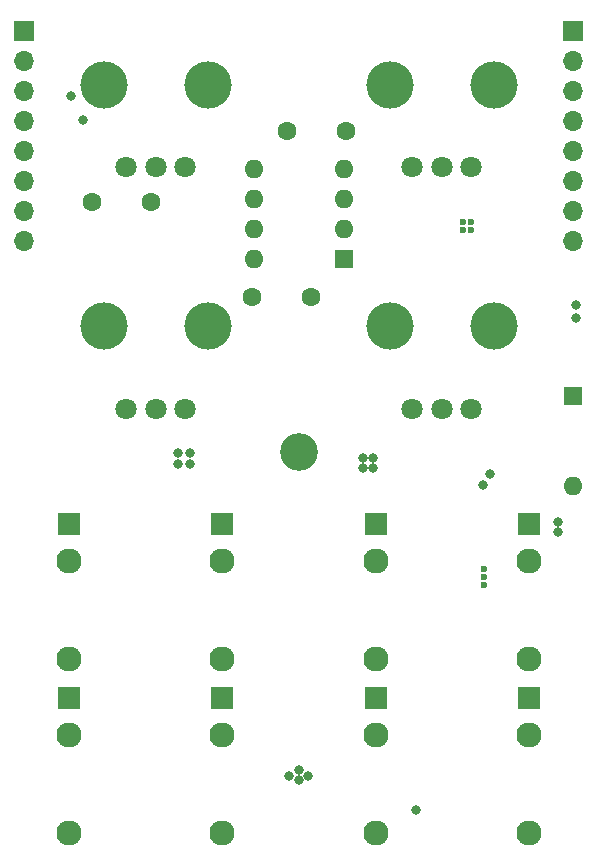
<source format=gbs>
G04 #@! TF.GenerationSoftware,KiCad,Pcbnew,7.0.7-7.0.7~ubuntu22.04.1*
G04 #@! TF.CreationDate,2023-12-10T22:01:40+01:00*
G04 #@! TF.ProjectId,CD40106_VCO,43443430-3130-4365-9f56-434f2e6b6963,rev?*
G04 #@! TF.SameCoordinates,Original*
G04 #@! TF.FileFunction,Soldermask,Bot*
G04 #@! TF.FilePolarity,Negative*
%FSLAX46Y46*%
G04 Gerber Fmt 4.6, Leading zero omitted, Abs format (unit mm)*
G04 Created by KiCad (PCBNEW 7.0.7-7.0.7~ubuntu22.04.1) date 2023-12-10 22:01:40*
%MOMM*%
%LPD*%
G01*
G04 APERTURE LIST*
%ADD10R,1.930000X1.830000*%
%ADD11C,2.130000*%
%ADD12C,4.000000*%
%ADD13C,1.800000*%
%ADD14C,3.200000*%
%ADD15C,1.600000*%
%ADD16R,1.600000X1.600000*%
%ADD17O,1.600000X1.600000*%
%ADD18R,1.700000X1.700000*%
%ADD19O,1.700000X1.700000*%
%ADD20C,0.800000*%
%ADD21C,0.600000*%
G04 APERTURE END LIST*
D10*
X127500000Y-133250000D03*
D11*
X127500000Y-144650000D03*
X127500000Y-136350000D03*
D12*
X141700000Y-101750000D03*
X150500000Y-101750000D03*
D13*
X143600000Y-108750000D03*
X146100000Y-108750000D03*
X148600000Y-108750000D03*
D14*
X134000000Y-112400000D03*
D15*
X116500000Y-91250000D03*
X121500000Y-91250000D03*
D12*
X141700000Y-81300000D03*
X150500000Y-81300000D03*
D13*
X143600000Y-88300000D03*
X146100000Y-88300000D03*
X148600000Y-88300000D03*
D10*
X153500000Y-133250000D03*
D11*
X153500000Y-144650000D03*
X153500000Y-136350000D03*
D15*
X130000000Y-99250000D03*
X135000000Y-99250000D03*
X133000000Y-85250000D03*
X138000000Y-85250000D03*
D12*
X117500000Y-81300000D03*
X126300000Y-81300000D03*
D13*
X119400000Y-88300000D03*
X121900000Y-88300000D03*
X124400000Y-88300000D03*
D16*
X137800000Y-96050000D03*
D17*
X137800000Y-93510000D03*
X137800000Y-90970000D03*
X137800000Y-88430000D03*
X130180000Y-88430000D03*
X130180000Y-90970000D03*
X130180000Y-93510000D03*
X130180000Y-96050000D03*
D12*
X117500000Y-101750000D03*
X126300000Y-101750000D03*
D13*
X119400000Y-108750000D03*
X121900000Y-108750000D03*
X124400000Y-108750000D03*
D10*
X140500000Y-118500000D03*
D11*
X140500000Y-129900000D03*
X140500000Y-121600000D03*
D10*
X127500000Y-118500000D03*
D11*
X127500000Y-129900000D03*
X127500000Y-121600000D03*
D10*
X140500000Y-133250000D03*
D11*
X140500000Y-144650000D03*
X140500000Y-136350000D03*
D10*
X114500000Y-133250000D03*
D11*
X114500000Y-144650000D03*
X114500000Y-136350000D03*
D10*
X153500000Y-118500000D03*
D11*
X153500000Y-129900000D03*
X153500000Y-121600000D03*
D10*
X114500000Y-118500000D03*
D11*
X114500000Y-129900000D03*
X114500000Y-121600000D03*
D16*
X157250000Y-107630000D03*
D17*
X157250000Y-115250000D03*
D18*
X157250000Y-76750000D03*
D19*
X157250000Y-79290000D03*
X157250000Y-81830000D03*
X157250000Y-84370000D03*
X157250000Y-86910000D03*
X157250000Y-89450000D03*
X157250000Y-91990000D03*
X157250000Y-94530000D03*
D18*
X110750000Y-76750000D03*
D19*
X110750000Y-79290000D03*
X110750000Y-81830000D03*
X110750000Y-84370000D03*
X110750000Y-86910000D03*
X110750000Y-89450000D03*
X110750000Y-91990000D03*
X110750000Y-94530000D03*
D20*
X139400000Y-113800000D03*
D21*
X148600000Y-93600000D03*
D20*
X124800000Y-113400000D03*
X134800000Y-139800000D03*
X123800000Y-113400000D03*
X124800000Y-112500000D03*
X123800000Y-112500000D03*
X155900000Y-119200000D03*
D21*
X149700000Y-123000000D03*
D20*
X134000000Y-140200000D03*
X150200000Y-114300000D03*
X157500000Y-101100000D03*
X155900000Y-118300000D03*
X157500000Y-100000000D03*
X140300000Y-113800000D03*
D21*
X147900000Y-93600000D03*
X149700000Y-123700000D03*
D20*
X140300000Y-112900000D03*
X149600000Y-115200000D03*
X134000000Y-139300000D03*
D21*
X149700000Y-122300000D03*
D20*
X139400000Y-112900000D03*
D21*
X147900000Y-92900000D03*
X148600000Y-92900000D03*
D20*
X133200000Y-139800000D03*
X143900000Y-142700000D03*
X114700000Y-82300000D03*
X115700000Y-84300000D03*
M02*

</source>
